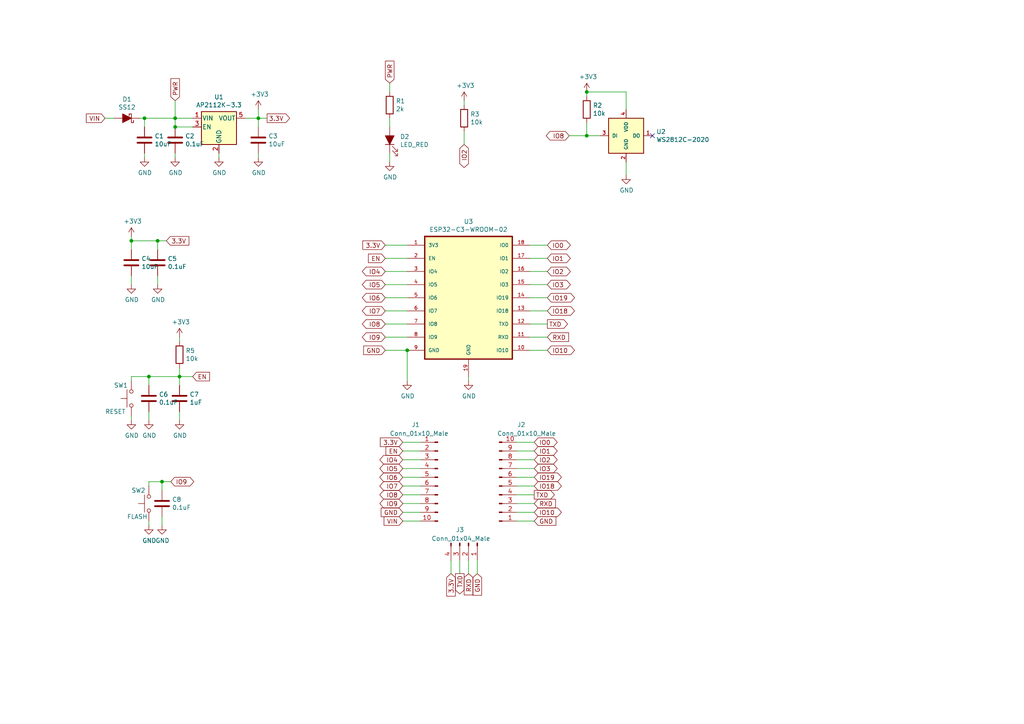
<source format=kicad_sch>
(kicad_sch (version 20211123) (generator eeschema)
  (paper "A4")
  (title_block (title "E-Tinkes EP32-C3 Dev Board") (date "2021-09-04") (rev "1.0") (company "E-Tinkers.com") (comment 3 "https://www.e-tinkers.com") (comment 4 "Author: Henry Cheung"))
  (lib_symbols
    (symbol "Connector:Conn_01x04_Male" (pin_names (offset 1.016) hide)
      (property "Reference" "J" (at 0 5.08 0))
      (property "Value" "Conn_01x04_Male" (at 0 -7.62 0))
      (symbol "Conn_01x04_Male_1_1"
        (polyline (pts (xy 1.27 -5.08) (xy 0.8636 -5.08)) (stroke (width 0.1524)))
        (polyline (pts (xy 1.27 -2.54) (xy 0.8636 -2.54)) (stroke (width 0.1524)))
        (polyline (pts (xy 1.27 0) (xy 0.8636 0)) (stroke (width 0.1524)))
        (polyline (pts (xy 1.27 2.54) (xy 0.8636 2.54)) (stroke (width 0.1524)))
        (rectangle (start 0.8636 -4.953) (end 0 -5.207) (stroke (width 0.1524)) (fill (type outline)))
        (rectangle (start 0.8636 -2.413) (end 0 -2.667) (stroke (width 0.1524)) (fill (type outline)))
        (rectangle (start 0.8636 0.127) (end 0 -0.127) (stroke (width 0.1524)) (fill (type outline)))
        (rectangle (start 0.8636 2.667) (end 0 2.413) (stroke (width 0.1524)) (fill (type outline)))
        (pin passive line (at 5.08 2.54 180) (length 3.81) (name "Pin_1") (number "1"))
        (pin passive line (at 5.08 0 180) (length 3.81) (name "Pin_2") (number "2"))
        (pin passive line (at 5.08 -2.54 180) (length 3.81) (name "Pin_3") (number "3"))
        (pin passive line (at 5.08 -5.08 180) (length 3.81) (name "Pin_4") (number "4"))
      )
    )
    (symbol "Connector:Conn_01x10_Male" (pin_names (offset 1.016) hide)
      (property "Reference" "J" (at 0 12.7 0))
      (property "Value" "Conn_01x10_Male" (at 0 -15.24 0))
      (symbol "Conn_01x10_Male_1_1"
        (polyline (pts (xy 1.27 -12.7) (xy 0.8636 -12.7)) (stroke (width 0.1524)))
        (polyline (pts (xy 1.27 -10.16) (xy 0.8636 -10.16)) (stroke (width 0.1524)))
        (polyline (pts (xy 1.27 -7.62) (xy 0.8636 -7.62)) (stroke (width 0.1524)))
        (polyline (pts (xy 1.27 -5.08) (xy 0.8636 -5.08)) (stroke (width 0.1524)))
        (polyline (pts (xy 1.27 -2.54) (xy 0.8636 -2.54)) (stroke (width 0.1524)))
        (polyline (pts (xy 1.27 0) (xy 0.8636 0)) (stroke (width 0.1524)))
        (polyline (pts (xy 1.27 2.54) (xy 0.8636 2.54)) (stroke (width 0.1524)))
        (polyline (pts (xy 1.27 5.08) (xy 0.8636 5.08)) (stroke (width 0.1524)))
        (polyline (pts (xy 1.27 7.62) (xy 0.8636 7.62)) (stroke (width 0.1524)))
        (polyline (pts (xy 1.27 10.16) (xy 0.8636 10.16)) (stroke (width 0.1524)))
        (rectangle (start 0.8636 -12.573) (end 0 -12.827) (stroke (width 0.1524)) (fill (type outline)))
        (rectangle (start 0.8636 -10.033) (end 0 -10.287) (stroke (width 0.1524)) (fill (type outline)))
        (rectangle (start 0.8636 -7.493) (end 0 -7.747) (stroke (width 0.1524)) (fill (type outline)))
        (rectangle (start 0.8636 -4.953) (end 0 -5.207) (stroke (width 0.1524)) (fill (type outline)))
        (rectangle (start 0.8636 -2.413) (end 0 -2.667) (stroke (width 0.1524)) (fill (type outline)))
        (rectangle (start 0.8636 0.127) (end 0 -0.127) (stroke (width 0.1524)) (fill (type outline)))
        (rectangle (start 0.8636 2.667) (end 0 2.413) (stroke (width 0.1524)) (fill (type outline)))
        (rectangle (start 0.8636 5.207) (end 0 4.953) (stroke (width 0.1524)) (fill (type outline)))
        (rectangle (start 0.8636 7.747) (end 0 7.493) (stroke (width 0.1524)) (fill (type outline)))
        (rectangle (start 0.8636 10.287) (end 0 10.033) (stroke (width 0.1524)) (fill (type outline)))
        (pin passive line (at 5.08 10.16 180) (length 3.81) (name "Pin_1") (number "1"))
        (pin passive line (at 5.08 -12.7 180) (length 3.81) (name "Pin_10") (number "10"))
        (pin passive line (at 5.08 7.62 180) (length 3.81) (name "Pin_2") (number "2"))
        (pin passive line (at 5.08 5.08 180) (length 3.81) (name "Pin_3") (number "3"))
        (pin passive line (at 5.08 2.54 180) (length 3.81) (name "Pin_4") (number "4"))
        (pin passive line (at 5.08 0 180) (length 3.81) (name "Pin_5") (number "5"))
        (pin passive line (at 5.08 -2.54 180) (length 3.81) (name "Pin_6") (number "6"))
        (pin passive line (at 5.08 -5.08 180) (length 3.81) (name "Pin_7") (number "7"))
        (pin passive line (at 5.08 -7.62 180) (length 3.81) (name "Pin_8") (number "8"))
        (pin passive line (at 5.08 -10.16 180) (length 3.81) (name "Pin_9") (number "9"))
      )
    )
    (symbol "Device:C" (pin_numbers hide) (pin_names (offset 0.254))
      (property "Reference" "C" (at 0.635 2.54 0))
      (property "Value" "C" (at 0.635 -2.54 0))
      (symbol "C_0_1"
        (polyline (pts (xy -2.032 -0.762) (xy 2.032 -0.762)) (stroke (width 0.508)))
        (polyline (pts (xy -2.032 0.762) (xy 2.032 0.762)) (stroke (width 0.508)))
      )
      (symbol "C_1_1"
        (pin passive line (at 0 3.81 270) (length 2.794) (name "~") (number "1"))
        (pin passive line (at 0 -3.81 90) (length 2.794) (name "~") (number "2"))
      )
    )
    (symbol "Device:R" (pin_numbers hide) (pin_names (offset 0))
      (property "Reference" "R" (at 2.032 0 90))
      (property "Value" "R" (at 0 0 90))
      (symbol "R_0_1"
        (rectangle (start -1.016 -2.54) (end 1.016 2.54) (stroke (width 0.254)))
      )
      (symbol "R_1_1"
        (pin passive line (at 0 3.81 270) (length 1.27) (name "~") (number "1"))
        (pin passive line (at 0 -3.81 90) (length 1.27) (name "~") (number "2"))
      )
    )
    (symbol "Switch:SW_Push" (pin_numbers hide) (pin_names (offset 1.016) hide)
      (property "Reference" "SW" (at 1.27 2.54 0))
      (property "Value" "SW_Push" (at 0 -1.524 0))
      (symbol "SW_Push_0_1"
        (circle (center -2.032 0) (radius 0.508))
        (polyline (pts (xy 0 1.27) (xy 0 3.048)))
        (polyline (pts (xy 2.54 1.27) (xy -2.54 1.27)))
        (circle (center 2.032 0) (radius 0.508))
        (pin passive line (at -5.08 0 0) (length 2.54) (name "1") (number "1"))
        (pin passive line (at 5.08 0 180) (length 2.54) (name "2") (number "2"))
      )
    )
    (symbol "e-tinkers-esp32-c3-rescue:+3.3V-power" (power) (pin_names (offset 0))
      (property "Value" "+3.3V-power" (at 0 3.556 0))
      (symbol "+3.3V-power_0_1"
        (polyline (pts (xy -0.762 1.27) (xy 0 2.54)))
        (polyline (pts (xy 0 0) (xy 0 2.54)))
        (polyline (pts (xy 0 2.54) (xy 0.762 1.27)))
      )
      (symbol "+3.3V-power_1_1"
        (pin power_in line (at 0 0 90) (length 0) hide (name "+3V3") (number "1"))
      )
    )
    (symbol "e-tinkers-esp32-c3-rescue:AP2112K-3.3-Regulator_Linear" (pin_names (offset 0.254))
      (property "Reference" "U" (at -5.08 5.715 0))
      (property "Value" "AP2112K-3.3-Regulator_Linear" (at 0 5.715 0))
      (symbol "AP2112K-3.3-Regulator_Linear_0_1"
        (rectangle (start -5.08 4.445) (end 5.08 -5.08) (stroke (width 0.254)) (fill (type background)))
      )
      (symbol "AP2112K-3.3-Regulator_Linear_1_1"
        (pin power_in line (at -7.62 2.54 0) (length 2.54) (name "VIN") (number "1"))
        (pin power_in line (at 0 -7.62 90) (length 2.54) (name "GND") (number "2"))
        (pin input line (at -7.62 0 0) (length 2.54) (name "EN") (number "3"))
        (pin no_connect line (at 7.62 0 180) (length 2.54) hide (name "NC") (number "4"))
        (pin power_out line (at 7.62 2.54 180) (length 2.54) (name "VOUT") (number "5"))
      )
    )
    (symbol "e-tinkers-esp32-c3-rescue:D_Schottky_ALT-Device" (pin_numbers hide) (pin_names (offset 1.016) hide)
      (property "Reference" "D" (at 0 2.54 0))
      (property "Value" "D_Schottky_ALT-Device" (at 0 -2.54 0))
      (symbol "D_Schottky_ALT-Device_0_1"
        (polyline (pts (xy 1.27 0) (xy -1.27 0)))
        (polyline (pts (xy 1.27 1.27) (xy 1.27 -1.27) (xy -1.27 0) (xy 1.27 1.27)) (stroke (width 0.2032)) (fill (type outline)))
        (polyline (pts (xy -1.905 0.635) (xy -1.905 1.27) (xy -1.27 1.27) (xy -1.27 -1.27) (xy -0.635 -1.27) (xy -0.635 -0.635)) (stroke (width 0.2032)))
      )
      (symbol "D_Schottky_ALT-Device_1_1"
        (pin passive line (at -3.81 0 0) (length 2.54) (name "K") (number "1"))
        (pin passive line (at 3.81 0 180) (length 2.54) (name "A") (number "2"))
      )
    )
    (symbol "e-tinkers-esp32-c3-rescue:ESP32-C3-WROOM-02-ESP32-C3-WROOM-02" (pin_names (offset 1.016))
      (property "Reference" "U" (at -12.7508 18.3896 0))
      (property "Value" "ESP32-C3-WROOM-02-ESP32-C3-WROOM-02" (at -12.7254 -20.066 0))
      (symbol "ESP32-C3-WROOM-02-ESP32-C3-WROOM-02_0_0"
        (rectangle (start -12.7 -17.78) (end 12.7 17.78) (stroke (width 0.4064)) (fill (type background)))
        (pin power_in line (at -17.78 15.24 0) (length 5.08) (name "3V3") (number "1"))
        (pin bidirectional line (at 17.78 -15.24 180) (length 5.08) (name "IO10") (number "10"))
        (pin bidirectional line (at 17.78 -11.43 180) (length 5.08) (name "RXD") (number "11"))
        (pin bidirectional line (at 17.78 -7.62 180) (length 5.08) (name "TXD") (number "12"))
        (pin power_in line (at 17.78 -3.81 180) (length 5.08) (name "IO18") (number "13"))
        (pin open_collector line (at 17.78 0 180) (length 5.08) (name "IO19") (number "14"))
        (pin bidirectional line (at 17.78 3.81 180) (length 5.08) (name "IO3") (number "15"))
        (pin bidirectional line (at 17.78 7.62 180) (length 5.08) (name "IO2") (number "16"))
        (pin bidirectional line (at 17.78 11.43 180) (length 5.08) (name "IO1") (number "17"))
        (pin power_in line (at 17.78 15.24 180) (length 5.08) (name "IO0") (number "18"))
        (pin power_in line (at 0 -22.86 90) (length 5.08) (name "GND") (number "19"))
        (pin input line (at -17.78 11.43 0) (length 5.08) (name "EN") (number "2"))
        (pin bidirectional line (at -17.78 7.62 0) (length 5.08) (name "IO4") (number "3"))
        (pin bidirectional line (at -17.78 3.81 0) (length 5.08) (name "IO5") (number "4"))
        (pin bidirectional line (at -17.78 0 0) (length 5.08) (name "IO6") (number "5"))
        (pin bidirectional line (at -17.78 -3.81 0) (length 5.08) (name "IO7") (number "6"))
        (pin bidirectional line (at -17.78 -7.62 0) (length 5.08) (name "IO8") (number "7"))
        (pin bidirectional line (at -17.78 -11.43 0) (length 5.08) (name "IO9") (number "8"))
        (pin power_in line (at -17.78 -15.24 0) (length 5.08) (name "GND") (number "9"))
      )
    )
    (symbol "e-tinkers-esp32-c3-rescue:LED_ALT-Device" (pin_numbers hide) (pin_names (offset 1.016) hide)
      (property "Reference" "D" (at 0 2.54 0))
      (property "Value" "LED_ALT-Device" (at 0 -2.54 0))
      (symbol "LED_ALT-Device_0_1"
        (polyline (pts (xy -1.27 -1.27) (xy -1.27 1.27)) (stroke (width 0.2032)))
        (polyline (pts (xy -1.27 0) (xy 1.27 0)))
        (polyline (pts (xy 1.27 -1.27) (xy 1.27 1.27) (xy -1.27 0) (xy 1.27 -1.27)) (stroke (width 0.2032)) (fill (type outline)))
        (polyline (pts (xy -3.048 -0.762) (xy -4.572 -2.286) (xy -3.81 -2.286) (xy -4.572 -2.286) (xy -4.572 -1.524)))
        (polyline (pts (xy -1.778 -0.762) (xy -3.302 -2.286) (xy -2.54 -2.286) (xy -3.302 -2.286) (xy -3.302 -1.524)))
      )
      (symbol "LED_ALT-Device_1_1"
        (pin passive line (at -3.81 0 0) (length 2.54) (name "K") (number "1"))
        (pin passive line (at 3.81 0 180) (length 2.54) (name "A") (number "2"))
      )
    )
    (symbol "e-tinkers-esp32-c3-rescue:WS2812C-2020-e-tinkers" (pin_names (offset 1.016))
      (property "Reference" "U" (at -5.08 6.35 0))
      (property "Value" "WS2812C-2020-e-tinkers" (at 1.27 -7.62 0))
      (symbol "WS2812C-2020-e-tinkers_0_0"
        (rectangle (start -5.08 -5.08) (end 5.08 5.08) (stroke (width 0.254)) (fill (type background)))
        (pin output line (at 7.62 0 180) (length 2.4892) (name "DO") (number "1"))
        (pin power_in line (at 0 -7.62 90) (length 2.4892) (name "GND") (number "2"))
        (pin input line (at -7.62 0 0) (length 2.4892) (name "DI") (number "3"))
        (pin power_in line (at 0 7.62 270) (length 2.4892) (name "VDD") (number "4"))
      )
    )
    (symbol "power:GND" (power) (pin_names (offset 0))
      (property "Value" "GND" (at 0 -3.81 0))
      (symbol "GND_0_1"
        (polyline (pts (xy 0 0) (xy 0 -1.27) (xy 1.27 -1.27) (xy 0 -2.54) (xy -1.27 -1.27) (xy 0 -1.27)))
      )
      (symbol "GND_1_1"
        (pin power_in line (at 0 0 270) (length 0) hide (name "GND") (number "1"))
      )
    )
  )
  (junction (at 118.11 101.6))
  (junction (at 38.1 69.85))
  (junction (at 170.18 26.67))
  (junction (at 170.18 39.37))
  (junction (at 43.18 109.22))
  (junction (at 41.91 34.29))
  (junction (at 50.8 36.83))
  (junction (at 45.72 69.85))
  (junction (at 46.99 139.7))
  (junction (at 52.07 109.22))
  (junction (at 50.8 34.29))
  (junction (at 74.93 34.29))
  (no_connect (at 189.23 39.37))
  (wire (pts (xy 74.93 34.29) (xy 74.93 36.83)))
  (wire (pts (xy 41.91 34.29) (xy 41.91 36.83)))
  (wire (pts (xy 111.76 78.74) (xy 118.11 78.74)))
  (wire (pts (xy 181.61 26.67) (xy 170.18 26.67)))
  (wire (pts (xy 38.1 80.01) (xy 38.1 82.55)))
  (wire (pts (xy 55.88 109.22) (xy 52.07 109.22)))
  (wire (pts (xy 153.67 97.79) (xy 158.75 97.79)))
  (wire (pts (xy 149.86 133.35) (xy 154.94 133.35)))
  (wire (pts (xy 30.48 34.29) (xy 33.02 34.29)))
  (wire (pts (xy 50.8 34.29) (xy 50.8 36.83)))
  (wire (pts (xy 116.84 146.05) (xy 121.92 146.05)))
  (wire (pts (xy 111.76 101.6) (xy 118.11 101.6)))
  (wire (pts (xy 38.1 69.85) (xy 38.1 72.39)))
  (wire (pts (xy 43.18 109.22) (xy 52.07 109.22)))
  (wire (pts (xy 149.86 140.97) (xy 154.94 140.97)))
  (wire (pts (xy 43.18 111.76) (xy 43.18 109.22)))
  (wire (pts (xy 113.03 34.29) (xy 113.03 36.83)))
  (wire (pts (xy 111.76 74.93) (xy 118.11 74.93)))
  (wire (pts (xy 63.5 45.72) (xy 63.5 44.45)))
  (wire (pts (xy 52.07 97.79) (xy 52.07 99.06)))
  (wire (pts (xy 116.84 135.89) (xy 121.92 135.89)))
  (wire (pts (xy 111.76 93.98) (xy 118.11 93.98)))
  (wire (pts (xy 130.81 166.37) (xy 130.81 162.56)))
  (wire (pts (xy 149.86 130.81) (xy 154.94 130.81)))
  (wire (pts (xy 52.07 119.38) (xy 52.07 121.92)))
  (wire (pts (xy 153.67 71.12) (xy 158.75 71.12)))
  (wire (pts (xy 135.89 110.49) (xy 135.89 109.22)))
  (wire (pts (xy 116.84 151.13) (xy 121.92 151.13)))
  (wire (pts (xy 134.62 29.21) (xy 134.62 30.48)))
  (wire (pts (xy 46.99 142.24) (xy 46.99 139.7)))
  (wire (pts (xy 116.84 138.43) (xy 121.92 138.43)))
  (wire (pts (xy 40.64 34.29) (xy 41.91 34.29)))
  (wire (pts (xy 43.18 152.4) (xy 43.18 151.13)))
  (wire (pts (xy 116.84 128.27) (xy 121.92 128.27)))
  (wire (pts (xy 111.76 71.12) (xy 118.11 71.12)))
  (wire (pts (xy 134.62 38.1) (xy 134.62 41.91)))
  (wire (pts (xy 74.93 34.29) (xy 74.93 31.75)))
  (wire (pts (xy 153.67 82.55) (xy 158.75 82.55)))
  (wire (pts (xy 149.86 128.27) (xy 154.94 128.27)))
  (wire (pts (xy 43.18 140.97) (xy 43.18 139.7)))
  (wire (pts (xy 165.1 39.37) (xy 170.18 39.37)))
  (wire (pts (xy 116.84 133.35) (xy 121.92 133.35)))
  (wire (pts (xy 170.18 26.67) (xy 170.18 27.94)))
  (wire (pts (xy 170.18 35.56) (xy 170.18 39.37)))
  (wire (pts (xy 149.86 138.43) (xy 154.94 138.43)))
  (wire (pts (xy 111.76 82.55) (xy 118.11 82.55)))
  (wire (pts (xy 149.86 148.59) (xy 154.94 148.59)))
  (wire (pts (xy 181.61 31.75) (xy 181.61 26.67)))
  (wire (pts (xy 149.86 135.89) (xy 154.94 135.89)))
  (wire (pts (xy 38.1 120.65) (xy 38.1 121.92)))
  (wire (pts (xy 153.67 93.98) (xy 158.75 93.98)))
  (wire (pts (xy 50.8 29.21) (xy 50.8 34.29)))
  (wire (pts (xy 50.8 36.83) (xy 55.88 36.83)))
  (wire (pts (xy 52.07 109.22) (xy 52.07 111.76)))
  (wire (pts (xy 111.76 86.36) (xy 118.11 86.36)))
  (wire (pts (xy 38.1 109.22) (xy 43.18 109.22)))
  (wire (pts (xy 45.72 82.55) (xy 45.72 80.01)))
  (wire (pts (xy 74.93 44.45) (xy 74.93 45.72)))
  (wire (pts (xy 118.11 101.6) (xy 118.11 110.49)))
  (wire (pts (xy 38.1 68.58) (xy 38.1 69.85)))
  (wire (pts (xy 46.99 152.4) (xy 46.99 149.86)))
  (wire (pts (xy 45.72 72.39) (xy 45.72 69.85)))
  (wire (pts (xy 181.61 46.99) (xy 181.61 50.8)))
  (wire (pts (xy 153.67 101.6) (xy 158.75 101.6)))
  (wire (pts (xy 41.91 44.45) (xy 41.91 45.72)))
  (wire (pts (xy 43.18 139.7) (xy 46.99 139.7)))
  (wire (pts (xy 111.76 97.79) (xy 118.11 97.79)))
  (wire (pts (xy 41.91 34.29) (xy 50.8 34.29)))
  (wire (pts (xy 153.67 90.17) (xy 158.75 90.17)))
  (wire (pts (xy 52.07 106.68) (xy 52.07 109.22)))
  (wire (pts (xy 116.84 143.51) (xy 121.92 143.51)))
  (wire (pts (xy 170.18 39.37) (xy 173.99 39.37)))
  (wire (pts (xy 77.47 34.29) (xy 74.93 34.29)))
  (wire (pts (xy 111.76 90.17) (xy 118.11 90.17)))
  (wire (pts (xy 149.86 146.05) (xy 154.94 146.05)))
  (wire (pts (xy 71.12 34.29) (xy 74.93 34.29)))
  (wire (pts (xy 43.18 119.38) (xy 43.18 121.92)))
  (wire (pts (xy 153.67 86.36) (xy 158.75 86.36)))
  (wire (pts (xy 45.72 69.85) (xy 38.1 69.85)))
  (wire (pts (xy 116.84 148.59) (xy 121.92 148.59)))
  (wire (pts (xy 153.67 78.74) (xy 158.75 78.74)))
  (wire (pts (xy 49.53 139.7) (xy 46.99 139.7)))
  (wire (pts (xy 48.26 69.85) (xy 45.72 69.85)))
  (wire (pts (xy 138.43 166.37) (xy 138.43 162.56)))
  (wire (pts (xy 149.86 143.51) (xy 154.94 143.51)))
  (wire (pts (xy 133.35 166.37) (xy 133.35 162.56)))
  (wire (pts (xy 50.8 34.29) (xy 55.88 34.29)))
  (wire (pts (xy 113.03 44.45) (xy 113.03 46.99)))
  (wire (pts (xy 153.67 74.93) (xy 158.75 74.93)))
  (wire (pts (xy 113.03 24.13) (xy 113.03 26.67)))
  (wire (pts (xy 38.1 110.49) (xy 38.1 109.22)))
  (wire (pts (xy 149.86 151.13) (xy 154.94 151.13)))
  (wire (pts (xy 135.89 166.37) (xy 135.89 162.56)))
  (wire (pts (xy 116.84 130.81) (xy 121.92 130.81)))
  (wire (pts (xy 116.84 140.97) (xy 121.92 140.97)))
  (wire (pts (xy 50.8 45.72) (xy 50.8 44.45)))
  (global_label "3.3V" (shape input) (at 48.26 69.85 0) (property "Intersheet References" "${INTERSHEET_REFS}" (effects hide)))
  (global_label "IO9" (shape bidirectional) (at 111.76 97.79 180) (property "Intersheet References" "${INTERSHEET_REFS}" (effects hide)))
  (global_label "VIN" (shape input) (at 116.84 151.13 180) (property "Intersheet References" "${INTERSHEET_REFS}" (effects hide)))
  (global_label "GND" (shape input) (at 111.76 101.6 180) (property "Intersheet References" "${INTERSHEET_REFS}" (effects hide)))
  (global_label "EN" (shape input) (at 55.88 109.22 0) (property "Intersheet References" "${INTERSHEET_REFS}" (effects hide)))
  (global_label "IO6" (shape bidirectional) (at 111.76 86.36 180) (property "Intersheet References" "${INTERSHEET_REFS}" (effects hide)))
  (global_label "TXD" (shape output) (at 133.35 166.37 270) (property "Intersheet References" "${INTERSHEET_REFS}" (effects hide)))
  (global_label "GND" (shape input) (at 138.43 166.37 270) (property "Intersheet References" "${INTERSHEET_REFS}" (effects hide)))
  (global_label "IO7" (shape bidirectional) (at 111.76 90.17 180) (property "Intersheet References" "${INTERSHEET_REFS}" (effects hide)))
  (global_label "RXD" (shape input) (at 154.94 146.05 0) (property "Intersheet References" "${INTERSHEET_REFS}" (effects hide)))
  (global_label "IO18" (shape bidirectional) (at 154.94 140.97 0) (property "Intersheet References" "${INTERSHEET_REFS}" (effects hide)))
  (global_label "IO6" (shape bidirectional) (at 116.84 138.43 180) (property "Intersheet References" "${INTERSHEET_REFS}" (effects hide)))
  (global_label "GND" (shape input) (at 116.84 148.59 180) (property "Intersheet References" "${INTERSHEET_REFS}" (effects hide)))
  (global_label "RXD" (shape input) (at 135.89 166.37 270) (property "Intersheet References" "${INTERSHEET_REFS}" (effects hide)))
  (global_label "IO5" (shape bidirectional) (at 111.76 82.55 180) (property "Intersheet References" "${INTERSHEET_REFS}" (effects hide)))
  (global_label "IO7" (shape bidirectional) (at 116.84 140.97 180) (property "Intersheet References" "${INTERSHEET_REFS}" (effects hide)))
  (global_label "TXD" (shape output) (at 154.94 143.51 0) (property "Intersheet References" "${INTERSHEET_REFS}" (effects hide)))
  (global_label "IO3" (shape bidirectional) (at 158.75 82.55 0) (property "Intersheet References" "${INTERSHEET_REFS}" (effects hide)))
  (global_label "3.3V" (shape output) (at 77.47 34.29 0) (property "Intersheet References" "${INTERSHEET_REFS}" (effects hide)))
  (global_label "IO5" (shape bidirectional) (at 116.84 135.89 180) (property "Intersheet References" "${INTERSHEET_REFS}" (effects hide)))
  (global_label "IO0" (shape bidirectional) (at 158.75 71.12 0) (property "Intersheet References" "${INTERSHEET_REFS}" (effects hide)))
  (global_label "IO0" (shape bidirectional) (at 154.94 128.27 0) (property "Intersheet References" "${INTERSHEET_REFS}" (effects hide)))
  (global_label "IO10" (shape bidirectional) (at 158.75 101.6 0) (property "Intersheet References" "${INTERSHEET_REFS}" (effects hide)))
  (global_label "IO3" (shape bidirectional) (at 154.94 135.89 0) (property "Intersheet References" "${INTERSHEET_REFS}" (effects hide)))
  (global_label "3.3V" (shape input) (at 116.84 128.27 180) (property "Intersheet References" "${INTERSHEET_REFS}" (effects hide)))
  (global_label "TXD" (shape output) (at 158.75 93.98 0) (property "Intersheet References" "${INTERSHEET_REFS}" (effects hide)))
  (global_label "IO1" (shape bidirectional) (at 154.94 130.81 0) (property "Intersheet References" "${INTERSHEET_REFS}" (effects hide)))
  (global_label "IO9" (shape bidirectional) (at 49.53 139.7 0) (property "Intersheet References" "${INTERSHEET_REFS}" (effects hide)))
  (global_label "GND" (shape input) (at 154.94 151.13 0) (property "Intersheet References" "${INTERSHEET_REFS}" (effects hide)))
  (global_label "EN" (shape input) (at 116.84 130.81 180) (property "Intersheet References" "${INTERSHEET_REFS}" (effects hide)))
  (global_label "3.3V" (shape input) (at 130.81 166.37 270) (property "Intersheet References" "${INTERSHEET_REFS}" (effects hide)))
  (global_label "IO19" (shape bidirectional) (at 158.75 86.36 0) (property "Intersheet References" "${INTERSHEET_REFS}" (effects hide)))
  (global_label "IO19" (shape bidirectional) (at 154.94 138.43 0) (property "Intersheet References" "${INTERSHEET_REFS}" (effects hide)))
  (global_label "IO8" (shape bidirectional) (at 116.84 143.51 180) (property "Intersheet References" "${INTERSHEET_REFS}" (effects hide)))
  (global_label "IO18" (shape bidirectional) (at 158.75 90.17 0) (property "Intersheet References" "${INTERSHEET_REFS}" (effects hide)))
  (global_label "IO2" (shape bidirectional) (at 154.94 133.35 0) (property "Intersheet References" "${INTERSHEET_REFS}" (effects hide)))
  (global_label "IO10" (shape bidirectional) (at 154.94 148.59 0) (property "Intersheet References" "${INTERSHEET_REFS}" (effects hide)))
  (global_label "VIN" (shape input) (at 30.48 34.29 180) (property "Intersheet References" "${INTERSHEET_REFS}" (effects hide)))
  (global_label "IO1" (shape bidirectional) (at 158.75 74.93 0) (property "Intersheet References" "${INTERSHEET_REFS}" (effects hide)))
  (global_label "RXD" (shape input) (at 158.75 97.79 0) (property "Intersheet References" "${INTERSHEET_REFS}" (effects hide)))
  (global_label "IO4" (shape bidirectional) (at 111.76 78.74 180) (property "Intersheet References" "${INTERSHEET_REFS}" (effects hide)))
  (global_label "PWR" (shape input) (at 113.03 24.13 90) (property "Intersheet References" "${INTERSHEET_REFS}" (effects hide)))
  (global_label "3.3V" (shape input) (at 111.76 71.12 180) (property "Intersheet References" "${INTERSHEET_REFS}" (effects hide)))
  (global_label "IO2" (shape bidirectional) (at 158.75 78.74 0) (property "Intersheet References" "${INTERSHEET_REFS}" (effects hide)))
  (global_label "IO4" (shape bidirectional) (at 116.84 133.35 180) (property "Intersheet References" "${INTERSHEET_REFS}" (effects hide)))
  (global_label "IO9" (shape bidirectional) (at 116.84 146.05 180) (property "Intersheet References" "${INTERSHEET_REFS}" (effects hide)))
  (global_label "PWR" (shape input) (at 50.8 29.21 90) (property "Intersheet References" "${INTERSHEET_REFS}" (effects hide)))
  (global_label "IO8" (shape bidirectional) (at 111.76 93.98 180) (property "Intersheet References" "${INTERSHEET_REFS}" (effects hide)))
  (global_label "IO8" (shape bidirectional) (at 165.1 39.37 180) (property "Intersheet References" "${INTERSHEET_REFS}" (effects hide)))
  (global_label "IO2" (shape bidirectional) (at 134.62 41.91 270) (property "Intersheet References" "${INTERSHEET_REFS}" (effects hide)))
  (global_label "EN" (shape input) (at 111.76 74.93 180) (property "Intersheet References" "${INTERSHEET_REFS}" (effects hide)))
  (symbol (lib_id "e-tinkers-esp32-c3-rescue:ESP32-C3-WROOM-02-ESP32-C3-WROOM-02") (at 135.89 86.36 0) (unit 1)
    (property "Reference" "U3" (at 135.89 64.262 0))
    (property "Value" "ESP32-C3-WROOM-02" (at 135.89 66.5734 0))
    (property "Footprint" "ESP32-C3-WROOM-02:MODULE_ESP32-C3-WROOM-02" (effects hide))
    (property "Datasheet" "https://www.espressif.com/sites/default/files/documentation/esp32-c3-wroom-02_datasheet_en.pdf" (effects hide))
  )
  (symbol (lib_id "Connector:Conn_01x10_Male") (at 127 138.43 0) (mirror y) (unit 1)
    (property "Reference" "J1" (at 119.38 123.19 0) (effects (justify right)))
    (property "Value" "Conn_01x10_Male" (at 113.03 125.73 0) (effects (justify right)))
    (property "Footprint" "Connector_PinHeader_2.54mm:PinHeader_1x10_P2.54mm_Vertical" (effects hide))
  )
  (symbol (lib_id "Connector:Conn_01x10_Male") (at 144.78 140.97 0) (mirror x) (unit 1)
    (property "Reference" "J2" (at 152.4 123.19 0) (effects (justify right)))
    (property "Value" "Conn_01x10_Male" (at 161.29 125.73 0) (effects (justify right)))
    (property "Footprint" "Connector_PinHeader_2.54mm:PinHeader_1x10_P2.54mm_Vertical" (effects hide))
  )
  (symbol (lib_id "Connector:Conn_01x04_Male") (at 135.89 157.48 270) (unit 1)
    (property "Reference" "J3" (at 134.62 153.67 90) (effects (justify right)))
    (property "Value" "Conn_01x04_Male" (at 142.24 156.21 90) (effects (justify right)))
    (property "Footprint" "Connector_PinHeader_2.54mm:PinHeader_1x04_P2.54mm_Horizontal" (effects hide))
  )
  (symbol (lib_id "Device:C") (at 38.1 76.2 0) (unit 1)
    (property "Reference" "C4" (at 41.021 75.0316 0) (effects (justify left)))
    (property "Value" "10uF" (at 41.021 77.343 0) (effects (justify left)))
    (property "Footprint" "Capacitor_SMD:C_0603_1608Metric_Pad1.05x0.95mm_HandSolder" (effects hide))
  )
  (symbol (lib_id "Device:C") (at 45.72 76.2 0) (unit 1)
    (property "Reference" "C5" (at 48.641 75.0316 0) (effects (justify left)))
    (property "Value" "0.1uF" (at 48.641 77.343 0) (effects (justify left)))
    (property "Footprint" "Capacitor_SMD:C_0603_1608Metric_Pad1.05x0.95mm_HandSolder" (effects hide))
  )
  (symbol (lib_id "Device:C") (at 52.07 115.57 0) (unit 1)
    (property "Reference" "C7" (at 54.991 114.4016 0) (effects (justify left)))
    (property "Value" "1uF" (at 54.991 116.713 0) (effects (justify left)))
    (property "Footprint" "Capacitor_SMD:C_0603_1608Metric_Pad1.05x0.95mm_HandSolder" (effects hide))
  )
  (symbol (lib_id "Device:R") (at 134.62 34.29 0) (unit 1)
    (property "Reference" "R3" (at 136.398 33.1216 0) (effects (justify left)))
    (property "Value" "10k" (at 136.398 35.433 0) (effects (justify left)))
    (property "Footprint" "Resistor_SMD:R_0603_1608Metric_Pad1.05x0.95mm_HandSolder" (effects hide))
  )
  (symbol (lib_id "Device:R") (at 52.07 102.87 0) (unit 1)
    (property "Reference" "R5" (at 53.848 101.7016 0) (effects (justify left)))
    (property "Value" "10k" (at 53.848 104.013 0) (effects (justify left)))
    (property "Footprint" "Resistor_SMD:R_0603_1608Metric_Pad1.05x0.95mm_HandSolder" (effects hide))
  )
  (symbol (lib_id "e-tinkers-esp32-c3-rescue:WS2812C-2020-e-tinkers") (at 181.61 39.37 0) (unit 1)
    (property "Reference" "U2" (at 190.3476 38.2016 0) (effects (justify left)))
    (property "Value" "WS2812C-2020" (at 190.3476 40.513 0) (effects (justify left)))
    (property "Footprint" "e-tinkers:LED_WS2812C-2020" (effects hide))
    (property "Datasheet" "https://datasheet.lcsc.com/lcsc/2012110135_Worldsemi-WS2812C-2020_C965556.pdf" (effects hide))
  )
  (symbol (lib_id "Switch:SW_Push") (at 38.1 115.57 90) (unit 1)
    (property "Reference" "SW1" (at 33.02 111.76 90) (effects (justify right)))
    (property "Value" "RESET" (at 30.48 119.38 90) (effects (justify right)))
    (property "Footprint" "e-tinkers:SW_TS-1185-X-X" (effects hide))
  )
  (symbol (lib_id "Device:C") (at 43.18 115.57 0) (unit 1)
    (property "Reference" "C6" (at 46.101 114.4016 0) (effects (justify left)))
    (property "Value" "0.1uF" (at 46.101 116.713 0) (effects (justify left)))
    (property "Footprint" "Capacitor_SMD:C_0603_1608Metric_Pad1.05x0.95mm_HandSolder" (effects hide))
  )
  (symbol (lib_id "Switch:SW_Push") (at 43.18 146.05 90) (unit 1)
    (property "Reference" "SW2" (at 38.1 142.24 90) (effects (justify right)))
    (property "Value" "FLASH" (at 36.83 149.86 90) (effects (justify right)))
    (property "Footprint" "e-tinkers:SW_TS-1185-X-X" (effects hide))
  )
  (symbol (lib_id "Device:C") (at 46.99 146.05 0) (unit 1)
    (property "Reference" "C8" (at 49.911 144.8816 0) (effects (justify left)))
    (property "Value" "0.1uF" (at 49.911 147.193 0) (effects (justify left)))
    (property "Footprint" "Capacitor_SMD:C_0603_1608Metric_Pad1.05x0.95mm_HandSolder" (effects hide))
  )
  (symbol (lib_id "Device:R") (at 170.18 31.75 0) (unit 1)
    (property "Reference" "R2" (at 171.958 30.5816 0) (effects (justify left)))
    (property "Value" "10k" (at 171.958 32.893 0) (effects (justify left)))
    (property "Footprint" "Resistor_SMD:R_0603_1608Metric_Pad1.05x0.95mm_HandSolder" (effects hide))
  )
  (symbol (lib_id "e-tinkers-esp32-c3-rescue:AP2112K-3.3-Regulator_Linear") (at 63.5 36.83 0) (unit 1)
    (property "Reference" "U1" (at 63.5 28.1432 0))
    (property "Value" "AP2112K-3.3" (at 63.5 30.4546 0))
    (property "Footprint" "Package_TO_SOT_SMD:SOT-23-5" (effects hide))
    (property "Datasheet" "https://www.diodes.com/assets/Datasheets/AP2112.pdf" (effects hide))
  )
  (symbol (lib_id "Device:C") (at 50.8 40.64 0) (unit 1)
    (property "Reference" "C2" (at 53.721 39.4716 0) (effects (justify left)))
    (property "Value" "0.1uF" (at 53.721 41.783 0) (effects (justify left)))
    (property "Footprint" "Capacitor_SMD:C_0603_1608Metric_Pad1.05x0.95mm_HandSolder" (effects hide))
  )
  (symbol (lib_id "Device:C") (at 74.93 40.64 0) (unit 1)
    (property "Reference" "C3" (at 77.851 39.4716 0) (effects (justify left)))
    (property "Value" "10uF" (at 77.851 41.783 0) (effects (justify left)))
    (property "Footprint" "Capacitor_SMD:C_0603_1608Metric_Pad1.05x0.95mm_HandSolder" (effects hide))
  )
  (symbol (lib_id "e-tinkers-esp32-c3-rescue:D_Schottky_ALT-Device") (at 36.83 34.29 180) (unit 1)
    (property "Reference" "D1" (at 36.83 28.8036 0))
    (property "Value" "SS12" (at 36.83 31.115 0))
    (property "Footprint" "Diode_SMD:D_SMA" (effects hide))
  )
  (symbol (lib_id "power:GND") (at 38.1 82.55 0) (unit 1)
    (property "Reference" "#PWR0101" (effects hide))
    (property "Value" "GND" (at 38.227 86.9442 0))
  )
  (symbol (lib_id "power:GND") (at 45.72 82.55 0) (unit 1)
    (property "Reference" "#PWR0102" (effects hide))
    (property "Value" "GND" (at 45.847 86.9442 0))
  )
  (symbol (lib_id "power:GND") (at 52.07 121.92 0) (unit 1)
    (property "Reference" "#PWR0103" (effects hide))
    (property "Value" "GND" (at 52.197 126.3142 0))
  )
  (symbol (lib_id "power:GND") (at 43.18 121.92 0) (unit 1)
    (property "Reference" "#PWR0104" (effects hide))
    (property "Value" "GND" (at 43.307 126.3142 0))
  )
  (symbol (lib_id "power:GND") (at 38.1 121.92 0) (unit 1)
    (property "Reference" "#PWR0105" (effects hide))
    (property "Value" "GND" (at 38.227 126.3142 0))
  )
  (symbol (lib_id "power:GND") (at 43.18 152.4 0) (unit 1)
    (property "Reference" "#PWR0106" (effects hide))
    (property "Value" "GND" (at 43.307 156.7942 0))
  )
  (symbol (lib_id "power:GND") (at 46.99 152.4 0) (unit 1)
    (property "Reference" "#PWR0107" (effects hide))
    (property "Value" "GND" (at 47.117 156.7942 0))
  )
  (symbol (lib_id "e-tinkers-esp32-c3-rescue:+3.3V-power") (at 52.07 97.79 0) (unit 1)
    (property "Reference" "#PWR0108" (effects hide))
    (property "Value" "+3.3V" (at 52.451 93.3958 0))
  )
  (symbol (lib_id "e-tinkers-esp32-c3-rescue:+3.3V-power") (at 38.1 68.58 0) (unit 1)
    (property "Reference" "#PWR0109" (effects hide))
    (property "Value" "+3.3V" (at 38.481 64.1858 0))
  )
  (symbol (lib_id "e-tinkers-esp32-c3-rescue:+3.3V-power") (at 74.93 31.75 0) (unit 1)
    (property "Reference" "#PWR0110" (effects hide))
    (property "Value" "+3.3V" (at 75.311 27.3558 0))
  )
  (symbol (lib_id "power:GND") (at 50.8 45.72 0) (unit 1)
    (property "Reference" "#PWR0111" (effects hide))
    (property "Value" "GND" (at 50.927 50.1142 0))
  )
  (symbol (lib_id "power:GND") (at 63.5 45.72 0) (unit 1)
    (property "Reference" "#PWR0112" (effects hide))
    (property "Value" "GND" (at 63.627 50.1142 0))
  )
  (symbol (lib_id "power:GND") (at 74.93 45.72 0) (unit 1)
    (property "Reference" "#PWR0113" (effects hide))
    (property "Value" "GND" (at 75.057 50.1142 0))
  )
  (symbol (lib_id "power:GND") (at 135.89 110.49 0) (unit 1)
    (property "Reference" "#PWR0114" (effects hide))
    (property "Value" "GND" (at 136.017 114.8842 0))
  )
  (symbol (lib_id "power:GND") (at 118.11 110.49 0) (unit 1)
    (property "Reference" "#PWR0115" (effects hide))
    (property "Value" "GND" (at 118.237 114.8842 0))
  )
  (symbol (lib_id "e-tinkers-esp32-c3-rescue:+3.3V-power") (at 170.18 26.67 0) (unit 1)
    (property "Reference" "#PWR0116" (effects hide))
    (property "Value" "+3.3V" (at 170.561 22.2758 0))
  )
  (symbol (lib_id "e-tinkers-esp32-c3-rescue:+3.3V-power") (at 134.62 29.21 0) (unit 1)
    (property "Reference" "#PWR0117" (effects hide))
    (property "Value" "+3.3V" (at 135.001 24.8158 0))
  )
  (symbol (lib_id "Device:R") (at 113.03 30.48 0) (unit 1)
    (property "Reference" "R1" (at 114.808 29.3116 0) (effects (justify left)))
    (property "Value" "2k" (at 114.808 31.623 0) (effects (justify left)))
    (property "Footprint" "Resistor_SMD:R_0603_1608Metric_Pad1.05x0.95mm_HandSolder" (effects hide))
  )
  (symbol (lib_id "e-tinkers-esp32-c3-rescue:LED_ALT-Device") (at 113.03 40.64 90) (unit 1)
    (property "Reference" "D2" (at 116.0272 39.6494 90) (effects (justify right)))
    (property "Value" "LED_RED" (at 116.0272 41.9608 90) (effects (justify right)))
    (property "Footprint" "LED_SMD:LED_0805_2012Metric" (effects hide))
  )
  (symbol (lib_id "power:GND") (at 113.03 46.99 0) (unit 1)
    (property "Reference" "#PWR0118" (effects hide))
    (property "Value" "GND" (at 113.157 51.3842 0))
  )
  (symbol (lib_id "power:GND") (at 181.61 50.8 0) (unit 1)
    (property "Reference" "#PWR0119" (effects hide))
    (property "Value" "GND" (at 181.737 55.1942 0))
  )
  (symbol (lib_id "Device:C") (at 41.91 40.64 0) (unit 1)
    (property "Reference" "C1" (at 44.831 39.4716 0) (effects (justify left)))
    (property "Value" "10uF" (at 44.831 41.783 0) (effects (justify left)))
    (property "Footprint" "Capacitor_SMD:C_0603_1608Metric_Pad1.05x0.95mm_HandSolder" (effects hide))
  )
  (symbol (lib_id "power:GND") (at 41.91 45.72 0) (unit 1)
    (property "Reference" "#PWR0120" (effects hide))
    (property "Value" "GND" (at 42.037 50.1142 0))
  )
)
</source>
